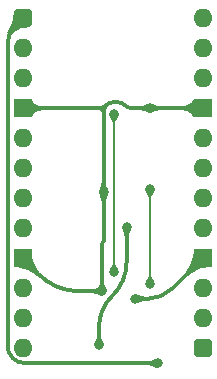
<source format=gbl>
%TF.GenerationSoftware,KiCad,Pcbnew,9.0.7*%
%TF.CreationDate,2026-01-29T12:42:59+02:00*%
%TF.ProjectId,State Reader 8bit,53746174-6520-4526-9561-646572203862,V0*%
%TF.SameCoordinates,Original*%
%TF.FileFunction,Copper,L2,Bot*%
%TF.FilePolarity,Positive*%
%FSLAX46Y46*%
G04 Gerber Fmt 4.6, Leading zero omitted, Abs format (unit mm)*
G04 Created by KiCad (PCBNEW 9.0.7) date 2026-01-29 12:42:59*
%MOMM*%
%LPD*%
G01*
G04 APERTURE LIST*
G04 Aperture macros list*
%AMRoundRect*
0 Rectangle with rounded corners*
0 $1 Rounding radius*
0 $2 $3 $4 $5 $6 $7 $8 $9 X,Y pos of 4 corners*
0 Add a 4 corners polygon primitive as box body*
4,1,4,$2,$3,$4,$5,$6,$7,$8,$9,$2,$3,0*
0 Add four circle primitives for the rounded corners*
1,1,$1+$1,$2,$3*
1,1,$1+$1,$4,$5*
1,1,$1+$1,$6,$7*
1,1,$1+$1,$8,$9*
0 Add four rect primitives between the rounded corners*
20,1,$1+$1,$2,$3,$4,$5,0*
20,1,$1+$1,$4,$5,$6,$7,0*
20,1,$1+$1,$6,$7,$8,$9,0*
20,1,$1+$1,$8,$9,$2,$3,0*%
G04 Aperture macros list end*
%TA.AperFunction,ComponentPad*%
%ADD10RoundRect,0.400000X-0.400000X-0.400000X0.400000X-0.400000X0.400000X0.400000X-0.400000X0.400000X0*%
%TD*%
%TA.AperFunction,ComponentPad*%
%ADD11O,1.600000X1.600000*%
%TD*%
%TA.AperFunction,ComponentPad*%
%ADD12R,1.600000X1.600000*%
%TD*%
%TA.AperFunction,ViaPad*%
%ADD13C,0.800000*%
%TD*%
%TA.AperFunction,Conductor*%
%ADD14C,0.380000*%
%TD*%
%TA.AperFunction,Conductor*%
%ADD15C,0.200000*%
%TD*%
G04 APERTURE END LIST*
D10*
%TO.P,J1,1*%
%TO.N,5V*%
X0Y0D03*
D11*
%TO.P,J1,2*%
%TO.N,Read State*%
X0Y-2540000D03*
%TO.P,J1,3*%
%TO.N,D7*%
X0Y-5080000D03*
D12*
%TO.P,J1,4*%
%TO.N,GND*%
X0Y-7620000D03*
D11*
%TO.P,J1,5*%
%TO.N,D6*%
X0Y-10160000D03*
%TO.P,J1,6*%
%TO.N,D5*%
X0Y-12700000D03*
%TO.P,J1,7*%
%TO.N,D4*%
X0Y-15240000D03*
%TO.P,J1,8*%
%TO.N,D3*%
X0Y-17780000D03*
D12*
%TO.P,J1,9*%
%TO.N,GND*%
X0Y-20320000D03*
D11*
%TO.P,J1,10*%
%TO.N,D2*%
X0Y-22860000D03*
%TO.P,J1,11*%
%TO.N,D1*%
X0Y-25400000D03*
%TO.P,J1,12*%
%TO.N,D0*%
X0Y-27940000D03*
D10*
%TO.P,J1,13*%
%TO.N,5V*%
X15240000Y-27940000D03*
D11*
%TO.P,J1,14*%
%TO.N,unconnected-(J1-Pad14)*%
X15240000Y-25400000D03*
%TO.P,J1,15*%
%TO.N,S0*%
X15240000Y-22860000D03*
D12*
%TO.P,J1,16*%
%TO.N,GND*%
X15240000Y-20320000D03*
D11*
%TO.P,J1,17*%
%TO.N,S1*%
X15240000Y-17780000D03*
%TO.P,J1,18*%
%TO.N,S2*%
X15240000Y-15240000D03*
%TO.P,J1,19*%
%TO.N,S3*%
X15240000Y-12700000D03*
%TO.P,J1,20*%
%TO.N,S4*%
X15240000Y-10160000D03*
D12*
%TO.P,J1,21*%
%TO.N,GND*%
X15240000Y-7620000D03*
D11*
%TO.P,J1,22*%
%TO.N,S5*%
X15240000Y-5080000D03*
%TO.P,J1,23*%
%TO.N,S6*%
X15240000Y-2540000D03*
%TO.P,J1,24*%
%TO.N,S7*%
X15240000Y0D03*
%TD*%
D13*
%TO.N,GND*%
X6858000Y-14732000D03*
X10795000Y-7620000D03*
%TO.N,/3.3V*%
X8811000Y-17653000D03*
X6477000Y-27686000D03*
%TO.N,GND*%
X9525000Y-23749000D03*
%TO.N,5V*%
X11430000Y-29210000D03*
%TO.N,/~{Read State}*%
X10795000Y-14478000D03*
X10795000Y-22479000D03*
%TO.N,Read State*%
X7747000Y-8128000D03*
X7747000Y-21463000D03*
%TO.N,GND*%
X6731000Y-23114000D03*
%TD*%
D14*
%TO.N,/3.3V*%
X7554630Y-23560369D02*
G75*
G03*
X6477003Y-26162000I2601620J-2601621D01*
G01*
X8811000Y-20653612D02*
G75*
G02*
X7644001Y-23471001I-3984400J2D01*
G01*
%TO.N,5V*%
X-1270000Y-27749278D02*
G75*
G03*
X-842165Y-28782165I1460720J-2D01*
G01*
X-842164Y-28782164D02*
G75*
G03*
X190721Y-29210000I1032886J1032884D01*
G01*
X-634999Y-634999D02*
G75*
G03*
X-1270002Y-2168025I1533029J-1533031D01*
G01*
%TO.N,GND*%
X8636000Y-7366000D02*
G75*
G03*
X9249210Y-7619996I613200J613200D01*
G01*
X1402060Y-21722060D02*
G75*
G03*
X4762500Y-23113997I3360440J3360450D01*
G01*
X12619223Y-22940776D02*
G75*
G02*
X10668000Y-23748998I-1951223J1951226D01*
G01*
X6498789Y-7620000D02*
G75*
G03*
X7112003Y-7366003I11J867200D01*
G01*
X6858000Y-7979210D02*
G75*
G03*
X6498789Y-7620000I-359200J10D01*
G01*
X7112000Y-7366000D02*
G75*
G03*
X6858004Y-7979210I613200J-613200D01*
G01*
X7725210Y-7112000D02*
G75*
G03*
X7111997Y-7365997I-10J-867200D01*
G01*
X6794500Y-18986500D02*
G75*
G03*
X6731001Y-19139802I153300J-153300D01*
G01*
X6858000Y-18833197D02*
G75*
G02*
X6794501Y-18986501I-216800J-3D01*
G01*
X8636000Y-7366000D02*
G75*
G03*
X8022789Y-7112004I-613200J-613200D01*
G01*
X6858000Y-18833197D02*
X6858000Y-14732000D01*
X9249210Y-7620000D02*
X10795000Y-7620000D01*
X7725210Y-7112000D02*
X8022789Y-7112000D01*
X6498789Y-7620000D02*
X0Y-7620000D01*
X6858000Y-7979210D02*
X6858000Y-14732000D01*
X6731000Y-19139802D02*
X6731000Y-23114000D01*
X10795000Y-7620000D02*
X15240000Y-7620000D01*
%TO.N,/3.3V*%
X8811000Y-17653000D02*
X8811000Y-20653612D01*
X6477000Y-26162000D02*
X6477000Y-27686000D01*
X7554630Y-23560369D02*
X7644000Y-23471000D01*
%TO.N,GND*%
X9525000Y-23749000D02*
X10668000Y-23749000D01*
X12619223Y-22940776D02*
X15240000Y-20320000D01*
D15*
%TO.N,/~{Read State}*%
X10795000Y-14478000D02*
X10795000Y-22479000D01*
%TO.N,Read State*%
X7747000Y-8128000D02*
X7747000Y-21463000D01*
D14*
%TO.N,GND*%
X4762500Y-23114000D02*
X6731000Y-23114000D01*
X1402060Y-21722060D02*
X0Y-20320000D01*
%TO.N,5V*%
X-634999Y-634999D02*
X0Y0D01*
X-1270000Y-27749278D02*
X-1270000Y-2168025D01*
X11430000Y-29210000D02*
X190721Y-29210000D01*
%TD*%
%TA.AperFunction,Conductor*%
%TO.N,5V*%
G36*
X-783950Y280357D02*
G01*
X-4192Y2552D01*
X2446Y-3447D01*
X214847Y-453140D01*
X370131Y-781906D01*
X370566Y-790850D01*
X364549Y-797482D01*
X358718Y-798573D01*
X303530Y-794629D01*
X303517Y-794628D01*
X191283Y-796685D01*
X191269Y-796686D01*
X78895Y-809785D01*
X78886Y-809786D01*
X-44269Y-835836D01*
X-44290Y-835842D01*
X-165247Y-872685D01*
X-292667Y-923282D01*
X-292679Y-923288D01*
X-414484Y-983159D01*
X-414516Y-983177D01*
X-533214Y-1053143D01*
X-533227Y-1053151D01*
X-642477Y-1129184D01*
X-642489Y-1129193D01*
X-820392Y-1285995D01*
X-820393Y-1285996D01*
X-928867Y-1421626D01*
X-936709Y-1425946D01*
X-942480Y-1425127D01*
X-1273010Y-1288215D01*
X-1279342Y-1281883D01*
X-1279342Y-1272929D01*
X-1278623Y-1271485D01*
X-1195911Y-1130702D01*
X-1195907Y-1130694D01*
X-1195900Y-1130682D01*
X-1031640Y-791139D01*
X-1031627Y-791107D01*
X-905384Y-453140D01*
X-905383Y-453137D01*
X-827698Y-155914D01*
X-795089Y89813D01*
X-799573Y269043D01*
X-796354Y277400D01*
X-788170Y281032D01*
X-783950Y280357D01*
G37*
%TD.AperFunction*%
%TD*%
%TA.AperFunction,Conductor*%
%TO.N,GND*%
G36*
X7237961Y-14807547D02*
G01*
X7245394Y-14812541D01*
X7247120Y-14821328D01*
X7246917Y-14822170D01*
X7197264Y-14999578D01*
X7196671Y-15001215D01*
X7139056Y-15129602D01*
X7138931Y-15129872D01*
X7110519Y-15189111D01*
X7110512Y-15189129D01*
X7065821Y-15323380D01*
X7052727Y-15412146D01*
X7048472Y-15513107D01*
X7044699Y-15521228D01*
X7036782Y-15524314D01*
X6679091Y-15524314D01*
X6670818Y-15520887D01*
X6667408Y-15513238D01*
X6660716Y-15387998D01*
X6640994Y-15285629D01*
X6612027Y-15203961D01*
X6577038Y-15129811D01*
X6576973Y-15129670D01*
X6576942Y-15129602D01*
X6521564Y-15007057D01*
X6520968Y-15005424D01*
X6469126Y-14822195D01*
X6470171Y-14813302D01*
X6477199Y-14807752D01*
X6478060Y-14807542D01*
X6855692Y-14731465D01*
X6860308Y-14731465D01*
X7237961Y-14807547D01*
G37*
%TD.AperFunction*%
%TD*%
%TA.AperFunction,Conductor*%
%TO.N,GND*%
G36*
X10713697Y-7232171D02*
G01*
X10719247Y-7239199D01*
X10719459Y-7240073D01*
X10795534Y-7617689D01*
X10795534Y-7622311D01*
X10719452Y-7999961D01*
X10714458Y-8007394D01*
X10705671Y-8009120D01*
X10704829Y-8008917D01*
X10527420Y-7959264D01*
X10525783Y-7958671D01*
X10397395Y-7901056D01*
X10397125Y-7900931D01*
X10337886Y-7872519D01*
X10337881Y-7872517D01*
X10337877Y-7872515D01*
X10337873Y-7872513D01*
X10337869Y-7872512D01*
X10203619Y-7827821D01*
X10114853Y-7814727D01*
X10013893Y-7810472D01*
X10005772Y-7806699D01*
X10002686Y-7798782D01*
X10002686Y-7441091D01*
X10006113Y-7432818D01*
X10013761Y-7429408D01*
X10139001Y-7422716D01*
X10241370Y-7402994D01*
X10323038Y-7374027D01*
X10397250Y-7339009D01*
X10519945Y-7283562D01*
X10521569Y-7282969D01*
X10704805Y-7231126D01*
X10713697Y-7232171D01*
G37*
%TD.AperFunction*%
%TD*%
%TA.AperFunction,Conductor*%
%TO.N,GND*%
G36*
X797509Y-6839022D02*
G01*
X800924Y-6846886D01*
X801023Y-6849760D01*
X811318Y-6917653D01*
X831805Y-6981434D01*
X831808Y-6981439D01*
X865922Y-7048630D01*
X865924Y-7048633D01*
X865927Y-7048638D01*
X910156Y-7110522D01*
X972820Y-7176291D01*
X1044719Y-7234632D01*
X1044722Y-7234633D01*
X1044726Y-7234637D01*
X1137115Y-7293343D01*
X1137117Y-7293344D01*
X1137125Y-7293349D01*
X1234671Y-7341729D01*
X1340211Y-7381957D01*
X1426345Y-7405768D01*
X1442064Y-7410114D01*
X1503444Y-7417842D01*
X1589763Y-7428711D01*
X1597542Y-7433143D01*
X1600000Y-7440318D01*
X1600000Y-7799434D01*
X1596573Y-7807707D01*
X1589489Y-7811073D01*
X1478710Y-7822387D01*
X1478703Y-7822388D01*
X1283222Y-7878327D01*
X1106511Y-7964498D01*
X969520Y-8066752D01*
X874704Y-8177504D01*
X818867Y-8294657D01*
X803447Y-8397094D01*
X798826Y-8404765D01*
X790135Y-8406922D01*
X783610Y-8403630D01*
X7287Y-7628277D01*
X3856Y-7620007D01*
X7278Y-7611732D01*
X7288Y-7611722D01*
X780965Y-6839011D01*
X789238Y-6835590D01*
X797509Y-6839022D01*
G37*
%TD.AperFunction*%
%TD*%
%TA.AperFunction,Conductor*%
%TO.N,GND*%
G36*
X7045182Y-13943113D02*
G01*
X7048592Y-13950762D01*
X7055283Y-14076001D01*
X7066481Y-14134121D01*
X7075006Y-14178371D01*
X7075007Y-14178373D01*
X7103973Y-14260038D01*
X7103973Y-14260040D01*
X7138945Y-14334153D01*
X7139026Y-14334328D01*
X7194434Y-14456941D01*
X7195030Y-14458574D01*
X7246873Y-14641804D01*
X7245828Y-14650697D01*
X7238800Y-14656247D01*
X7237926Y-14656459D01*
X6860311Y-14732534D01*
X6855689Y-14732534D01*
X6478038Y-14656452D01*
X6470605Y-14651458D01*
X6468879Y-14642671D01*
X6469082Y-14641829D01*
X6518735Y-14464419D01*
X6519325Y-14462788D01*
X6576974Y-14334328D01*
X6577041Y-14334182D01*
X6605485Y-14274876D01*
X6650179Y-14140614D01*
X6663272Y-14051856D01*
X6667528Y-13950893D01*
X6671301Y-13942772D01*
X6679218Y-13939686D01*
X7036909Y-13939686D01*
X7045182Y-13943113D01*
G37*
%TD.AperFunction*%
%TD*%
%TA.AperFunction,Conductor*%
%TO.N,GND*%
G36*
X6918182Y-22325113D02*
G01*
X6921592Y-22332762D01*
X6928283Y-22458001D01*
X6939481Y-22516121D01*
X6948006Y-22560371D01*
X6948007Y-22560373D01*
X6976973Y-22642038D01*
X6976973Y-22642040D01*
X7011945Y-22716153D01*
X7012026Y-22716328D01*
X7067434Y-22838941D01*
X7068030Y-22840574D01*
X7119873Y-23023804D01*
X7118828Y-23032697D01*
X7111800Y-23038247D01*
X7110926Y-23038459D01*
X6733311Y-23114534D01*
X6728689Y-23114534D01*
X6351038Y-23038452D01*
X6343605Y-23033458D01*
X6341879Y-23024671D01*
X6342082Y-23023829D01*
X6391735Y-22846419D01*
X6392325Y-22844788D01*
X6449974Y-22716328D01*
X6450041Y-22716182D01*
X6478485Y-22656876D01*
X6523179Y-22522614D01*
X6536272Y-22433856D01*
X6540528Y-22332893D01*
X6544301Y-22324772D01*
X6552218Y-22321686D01*
X6909909Y-22321686D01*
X6918182Y-22325113D01*
G37*
%TD.AperFunction*%
%TD*%
%TA.AperFunction,Conductor*%
%TO.N,GND*%
G36*
X14456388Y-6836368D02*
G01*
X14462934Y-6842905D01*
X15232711Y-7611722D01*
X15236143Y-7619993D01*
X15232721Y-7628268D01*
X15232711Y-7628278D01*
X14459036Y-8400987D01*
X14450761Y-8404409D01*
X14442490Y-8400977D01*
X14439075Y-8393111D01*
X14438977Y-8390243D01*
X14428683Y-8322353D01*
X14408193Y-8258563D01*
X14374073Y-8191362D01*
X14329844Y-8129478D01*
X14267180Y-8063709D01*
X14195281Y-8005368D01*
X14195279Y-8005367D01*
X14195273Y-8005362D01*
X14102884Y-7946656D01*
X14102878Y-7946653D01*
X14102875Y-7946651D01*
X14005329Y-7898271D01*
X13967790Y-7883962D01*
X13899798Y-7858046D01*
X13899793Y-7858044D01*
X13899789Y-7858043D01*
X13880295Y-7852654D01*
X13797935Y-7829885D01*
X13650238Y-7811289D01*
X13642458Y-7806856D01*
X13640000Y-7799681D01*
X13640000Y-7440565D01*
X13643427Y-7432292D01*
X13650509Y-7428926D01*
X13761299Y-7417611D01*
X13956773Y-7361674D01*
X14133492Y-7275500D01*
X14270478Y-7173249D01*
X14365295Y-7062497D01*
X14421133Y-6945342D01*
X14436552Y-6842904D01*
X14441172Y-6835235D01*
X14449864Y-6833077D01*
X14456388Y-6836368D01*
G37*
%TD.AperFunction*%
%TD*%
%TA.AperFunction,Conductor*%
%TO.N,GND*%
G36*
X10885168Y-7231081D02*
G01*
X11062581Y-7280735D01*
X11064214Y-7281327D01*
X11192636Y-7338958D01*
X11192844Y-7339054D01*
X11252123Y-7367485D01*
X11296699Y-7382323D01*
X11386380Y-7412178D01*
X11386383Y-7412178D01*
X11386385Y-7412179D01*
X11475144Y-7425272D01*
X11576108Y-7429527D01*
X11584228Y-7433300D01*
X11587314Y-7441217D01*
X11587314Y-7798908D01*
X11583887Y-7807181D01*
X11576238Y-7810591D01*
X11450998Y-7817283D01*
X11379007Y-7831153D01*
X11348628Y-7837006D01*
X11348625Y-7837006D01*
X11348625Y-7837007D01*
X11266960Y-7865973D01*
X11266958Y-7865973D01*
X11192844Y-7900945D01*
X11192669Y-7901026D01*
X11070058Y-7956434D01*
X11068425Y-7957030D01*
X10885195Y-8008873D01*
X10876302Y-8007828D01*
X10870752Y-8000800D01*
X10870540Y-7999926D01*
X10861898Y-7957030D01*
X10794465Y-7622308D01*
X10794465Y-7617691D01*
X10870547Y-7240036D01*
X10875541Y-7232605D01*
X10884328Y-7230879D01*
X10885168Y-7231081D01*
G37*
%TD.AperFunction*%
%TD*%
%TA.AperFunction,Conductor*%
%TO.N,/3.3V*%
G36*
X9190961Y-17728547D02*
G01*
X9198394Y-17733541D01*
X9200120Y-17742328D01*
X9199917Y-17743170D01*
X9150264Y-17920578D01*
X9149671Y-17922215D01*
X9092056Y-18050602D01*
X9091931Y-18050872D01*
X9063519Y-18110111D01*
X9063512Y-18110129D01*
X9018821Y-18244380D01*
X9005727Y-18333146D01*
X9001472Y-18434107D01*
X8997699Y-18442228D01*
X8989782Y-18445314D01*
X8632091Y-18445314D01*
X8623818Y-18441887D01*
X8620408Y-18434238D01*
X8613716Y-18308998D01*
X8593994Y-18206629D01*
X8565027Y-18124961D01*
X8530038Y-18050811D01*
X8529973Y-18050670D01*
X8529942Y-18050602D01*
X8474564Y-17928057D01*
X8473968Y-17926424D01*
X8422126Y-17743195D01*
X8423171Y-17734302D01*
X8430199Y-17728752D01*
X8431060Y-17728542D01*
X8808692Y-17652465D01*
X8813308Y-17652465D01*
X9190961Y-17728547D01*
G37*
%TD.AperFunction*%
%TD*%
%TA.AperFunction,Conductor*%
%TO.N,/3.3V*%
G36*
X6664182Y-26897113D02*
G01*
X6667592Y-26904762D01*
X6674283Y-27030001D01*
X6685481Y-27088121D01*
X6694006Y-27132371D01*
X6694007Y-27132373D01*
X6722973Y-27214038D01*
X6722973Y-27214040D01*
X6757945Y-27288153D01*
X6758026Y-27288328D01*
X6813434Y-27410941D01*
X6814030Y-27412574D01*
X6865873Y-27595804D01*
X6864828Y-27604697D01*
X6857800Y-27610247D01*
X6856926Y-27610459D01*
X6479311Y-27686534D01*
X6474689Y-27686534D01*
X6097038Y-27610452D01*
X6089605Y-27605458D01*
X6087879Y-27596671D01*
X6088082Y-27595829D01*
X6137735Y-27418419D01*
X6138325Y-27416788D01*
X6195974Y-27288328D01*
X6196041Y-27288182D01*
X6224485Y-27228876D01*
X6269179Y-27094614D01*
X6282272Y-27005856D01*
X6286528Y-26904893D01*
X6290301Y-26896772D01*
X6298218Y-26893686D01*
X6655909Y-26893686D01*
X6664182Y-26897113D01*
G37*
%TD.AperFunction*%
%TD*%
%TA.AperFunction,Conductor*%
%TO.N,GND*%
G36*
X9615168Y-23360081D02*
G01*
X9792581Y-23409735D01*
X9794214Y-23410327D01*
X9922636Y-23467958D01*
X9922844Y-23468054D01*
X9982123Y-23496485D01*
X10026699Y-23511323D01*
X10116380Y-23541178D01*
X10116383Y-23541178D01*
X10116385Y-23541179D01*
X10205144Y-23554272D01*
X10306108Y-23558527D01*
X10314228Y-23562300D01*
X10317314Y-23570217D01*
X10317314Y-23927908D01*
X10313887Y-23936181D01*
X10306238Y-23939591D01*
X10180998Y-23946283D01*
X10109007Y-23960153D01*
X10078628Y-23966006D01*
X10078625Y-23966006D01*
X10078625Y-23966007D01*
X9996960Y-23994973D01*
X9996958Y-23994973D01*
X9922844Y-24029945D01*
X9922669Y-24030026D01*
X9800058Y-24085434D01*
X9798425Y-24086030D01*
X9615195Y-24137873D01*
X9606302Y-24136828D01*
X9600752Y-24129800D01*
X9600540Y-24128926D01*
X9591898Y-24086030D01*
X9524465Y-23751308D01*
X9524465Y-23746691D01*
X9600547Y-23369036D01*
X9605541Y-23361605D01*
X9614328Y-23359879D01*
X9615168Y-23360081D01*
G37*
%TD.AperFunction*%
%TD*%
%TA.AperFunction,Conductor*%
%TO.N,GND*%
G36*
X14454782Y-19994734D02*
G01*
X15236214Y-20317437D01*
X15242553Y-20323762D01*
X15242562Y-20323785D01*
X15565122Y-21104870D01*
X15565113Y-21113825D01*
X15558774Y-21120150D01*
X15555033Y-21121014D01*
X15490363Y-21125029D01*
X15409458Y-21130053D01*
X15409453Y-21130053D01*
X15409449Y-21130054D01*
X15268565Y-21153202D01*
X15268555Y-21153204D01*
X15126189Y-21188204D01*
X15126181Y-21188206D01*
X14966116Y-21239935D01*
X14966105Y-21239939D01*
X14808418Y-21302683D01*
X14642557Y-21380790D01*
X14642552Y-21380793D01*
X14484994Y-21466674D01*
X14337793Y-21558158D01*
X14337774Y-21558170D01*
X14204827Y-21651999D01*
X14016890Y-21812988D01*
X14008377Y-21815767D01*
X14001005Y-21812375D01*
X13747885Y-21559254D01*
X13744458Y-21550981D01*
X13747531Y-21543077D01*
X13828932Y-21454252D01*
X13920508Y-21338427D01*
X14103591Y-21057260D01*
X14254541Y-20757959D01*
X14360663Y-20471780D01*
X14421069Y-20213797D01*
X14438660Y-20004566D01*
X14442767Y-19996612D01*
X14451298Y-19993890D01*
X14454782Y-19994734D01*
G37*
%TD.AperFunction*%
%TD*%
%TA.AperFunction,Conductor*%
%TO.N,/~{Read State}*%
G36*
X10892488Y-21690113D02*
G01*
X10895876Y-21697435D01*
X10905958Y-21821120D01*
X10935312Y-21920714D01*
X10935313Y-21920716D01*
X10977785Y-21998178D01*
X11028113Y-22066247D01*
X11028168Y-22066319D01*
X11066272Y-22116635D01*
X11067049Y-22117801D01*
X11136858Y-22237647D01*
X11137704Y-22239430D01*
X11164592Y-22311177D01*
X11164981Y-22312421D01*
X11184311Y-22389056D01*
X11183011Y-22397916D01*
X11175828Y-22403263D01*
X11175277Y-22403388D01*
X10797311Y-22479534D01*
X10792689Y-22479534D01*
X10414929Y-22403430D01*
X10407496Y-22398436D01*
X10405770Y-22389649D01*
X10405946Y-22388906D01*
X10426797Y-22311789D01*
X10433559Y-22286778D01*
X10434139Y-22285135D01*
X10472451Y-22198062D01*
X10473480Y-22196203D01*
X10561887Y-22066247D01*
X10561917Y-22066203D01*
X10630665Y-21968644D01*
X10676932Y-21854062D01*
X10690241Y-21778673D01*
X10694426Y-21697782D01*
X10698275Y-21689697D01*
X10706110Y-21686686D01*
X10884215Y-21686686D01*
X10892488Y-21690113D01*
G37*
%TD.AperFunction*%
%TD*%
%TA.AperFunction,Conductor*%
%TO.N,/~{Read State}*%
G36*
X11175070Y-14553569D02*
G01*
X11182503Y-14558563D01*
X11184229Y-14567350D01*
X11184053Y-14568093D01*
X11156442Y-14670213D01*
X11155857Y-14671871D01*
X11117550Y-14758930D01*
X11116515Y-14760799D01*
X11028162Y-14890679D01*
X11028052Y-14890837D01*
X10959335Y-14988353D01*
X10913068Y-15102937D01*
X10899758Y-15178332D01*
X10899757Y-15178341D01*
X10895574Y-15259218D01*
X10891725Y-15267303D01*
X10883890Y-15270314D01*
X10705785Y-15270314D01*
X10697512Y-15266887D01*
X10694124Y-15259565D01*
X10687502Y-15178332D01*
X10684042Y-15135880D01*
X10654688Y-15036287D01*
X10654686Y-15036283D01*
X10612213Y-14958821D01*
X10561886Y-14890752D01*
X10553276Y-14879383D01*
X10523724Y-14840359D01*
X10522950Y-14839197D01*
X10476195Y-14758930D01*
X10453140Y-14719350D01*
X10452295Y-14717568D01*
X10425407Y-14645822D01*
X10425018Y-14644578D01*
X10405688Y-14567939D01*
X10406988Y-14559083D01*
X10414171Y-14553736D01*
X10414713Y-14553612D01*
X10792692Y-14477465D01*
X10797308Y-14477465D01*
X11175070Y-14553569D01*
G37*
%TD.AperFunction*%
%TD*%
%TA.AperFunction,Conductor*%
%TO.N,Read State*%
G36*
X8127070Y-8203569D02*
G01*
X8134503Y-8208563D01*
X8136229Y-8217350D01*
X8136053Y-8218093D01*
X8108442Y-8320213D01*
X8107857Y-8321871D01*
X8069550Y-8408930D01*
X8068515Y-8410799D01*
X7980162Y-8540679D01*
X7980052Y-8540837D01*
X7911335Y-8638353D01*
X7865068Y-8752937D01*
X7851758Y-8828332D01*
X7851757Y-8828341D01*
X7847574Y-8909218D01*
X7843725Y-8917303D01*
X7835890Y-8920314D01*
X7657785Y-8920314D01*
X7649512Y-8916887D01*
X7646124Y-8909565D01*
X7639502Y-8828332D01*
X7636042Y-8785880D01*
X7606688Y-8686287D01*
X7606686Y-8686283D01*
X7564213Y-8608821D01*
X7513886Y-8540752D01*
X7505276Y-8529383D01*
X7475724Y-8490359D01*
X7474950Y-8489197D01*
X7428195Y-8408930D01*
X7405140Y-8369350D01*
X7404295Y-8367568D01*
X7377407Y-8295822D01*
X7377018Y-8294578D01*
X7357688Y-8217939D01*
X7358988Y-8209083D01*
X7366171Y-8203736D01*
X7366713Y-8203612D01*
X7744692Y-8127465D01*
X7749308Y-8127465D01*
X8127070Y-8203569D01*
G37*
%TD.AperFunction*%
%TD*%
%TA.AperFunction,Conductor*%
%TO.N,Read State*%
G36*
X7844488Y-20674113D02*
G01*
X7847876Y-20681435D01*
X7857958Y-20805120D01*
X7887312Y-20904714D01*
X7887313Y-20904716D01*
X7929785Y-20982178D01*
X7980113Y-21050247D01*
X7980168Y-21050319D01*
X8018272Y-21100635D01*
X8019049Y-21101801D01*
X8088858Y-21221647D01*
X8089704Y-21223430D01*
X8116592Y-21295177D01*
X8116981Y-21296421D01*
X8136311Y-21373056D01*
X8135011Y-21381916D01*
X8127828Y-21387263D01*
X8127277Y-21387388D01*
X7749311Y-21463534D01*
X7744689Y-21463534D01*
X7366929Y-21387430D01*
X7359496Y-21382436D01*
X7357770Y-21373649D01*
X7357946Y-21372906D01*
X7378797Y-21295789D01*
X7385559Y-21270778D01*
X7386139Y-21269135D01*
X7424451Y-21182062D01*
X7425480Y-21180203D01*
X7513887Y-21050247D01*
X7513917Y-21050203D01*
X7582665Y-20952644D01*
X7628932Y-20838062D01*
X7642241Y-20762673D01*
X7646426Y-20681782D01*
X7650275Y-20673697D01*
X7658110Y-20670686D01*
X7836215Y-20670686D01*
X7844488Y-20674113D01*
G37*
%TD.AperFunction*%
%TD*%
%TA.AperFunction,Conductor*%
%TO.N,GND*%
G36*
X6649697Y-22726171D02*
G01*
X6655247Y-22733199D01*
X6655459Y-22734073D01*
X6731534Y-23111689D01*
X6731534Y-23116311D01*
X6655452Y-23493961D01*
X6650458Y-23501394D01*
X6641671Y-23503120D01*
X6640829Y-23502917D01*
X6463420Y-23453264D01*
X6461783Y-23452671D01*
X6333395Y-23395056D01*
X6333125Y-23394931D01*
X6273886Y-23366519D01*
X6273881Y-23366517D01*
X6273877Y-23366515D01*
X6273873Y-23366513D01*
X6273869Y-23366512D01*
X6139619Y-23321821D01*
X6050853Y-23308727D01*
X5949893Y-23304472D01*
X5941772Y-23300699D01*
X5938686Y-23292782D01*
X5938686Y-22935091D01*
X5942113Y-22926818D01*
X5949761Y-22923408D01*
X6075001Y-22916716D01*
X6177370Y-22896994D01*
X6259038Y-22868027D01*
X6333250Y-22833009D01*
X6455945Y-22777562D01*
X6457569Y-22776969D01*
X6640805Y-22725126D01*
X6649697Y-22726171D01*
G37*
%TD.AperFunction*%
%TD*%
%TA.AperFunction,Conductor*%
%TO.N,GND*%
G36*
X793825Y-19994886D02*
G01*
X800150Y-20001225D01*
X801014Y-20004966D01*
X810053Y-20150542D01*
X810053Y-20150546D01*
X810054Y-20150550D01*
X833202Y-20291434D01*
X833204Y-20291444D01*
X868204Y-20433810D01*
X868206Y-20433818D01*
X919935Y-20593883D01*
X919939Y-20593894D01*
X982683Y-20751581D01*
X1060790Y-20917442D01*
X1060793Y-20917447D01*
X1146674Y-21075005D01*
X1238158Y-21222206D01*
X1238170Y-21222225D01*
X1331999Y-21355172D01*
X1332005Y-21355180D01*
X1418718Y-21456407D01*
X1492988Y-21543109D01*
X1495767Y-21551622D01*
X1492375Y-21558994D01*
X1239255Y-21812114D01*
X1230982Y-21815541D01*
X1223077Y-21812467D01*
X1134258Y-21731072D01*
X1134248Y-21731064D01*
X1018441Y-21639502D01*
X1018432Y-21639496D01*
X1018427Y-21639492D01*
X737261Y-21456409D01*
X437960Y-21305459D01*
X437955Y-21305457D01*
X151782Y-21199337D01*
X-106201Y-21138931D01*
X-106207Y-21138930D01*
X-315430Y-21121340D01*
X-323387Y-21117232D01*
X-326109Y-21108701D01*
X-325264Y-21105215D01*
X-179228Y-20751584D01*
X-2561Y-20323783D01*
X3759Y-20317448D01*
X784872Y-19994877D01*
X793825Y-19994886D01*
G37*
%TD.AperFunction*%
%TD*%
%TA.AperFunction,Conductor*%
%TO.N,5V*%
G36*
X11348697Y-28822171D02*
G01*
X11354247Y-28829199D01*
X11354459Y-28830073D01*
X11430534Y-29207689D01*
X11430534Y-29212311D01*
X11354452Y-29589961D01*
X11349458Y-29597394D01*
X11340671Y-29599120D01*
X11339829Y-29598917D01*
X11162420Y-29549264D01*
X11160783Y-29548671D01*
X11032395Y-29491056D01*
X11032125Y-29490931D01*
X10972886Y-29462519D01*
X10972881Y-29462517D01*
X10972877Y-29462515D01*
X10972873Y-29462513D01*
X10972869Y-29462512D01*
X10838619Y-29417821D01*
X10749853Y-29404727D01*
X10648893Y-29400472D01*
X10640772Y-29396699D01*
X10637686Y-29388782D01*
X10637686Y-29031091D01*
X10641113Y-29022818D01*
X10648761Y-29019408D01*
X10774001Y-29012716D01*
X10876370Y-28992994D01*
X10958038Y-28964027D01*
X11032250Y-28929009D01*
X11154945Y-28873562D01*
X11156569Y-28872969D01*
X11339805Y-28821126D01*
X11348697Y-28822171D01*
G37*
%TD.AperFunction*%
%TD*%
M02*

</source>
